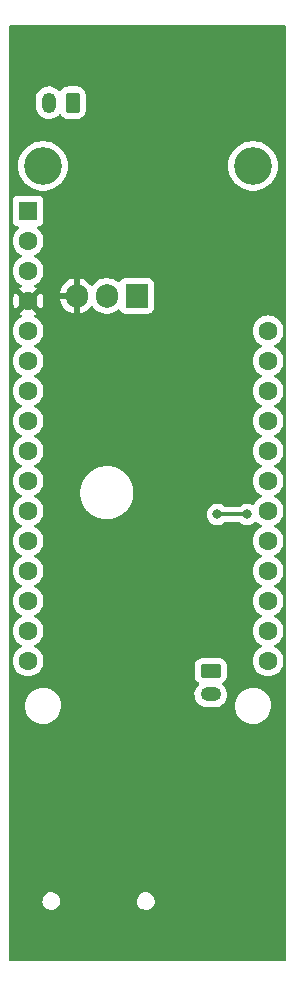
<source format=gbr>
%TF.GenerationSoftware,KiCad,Pcbnew,7.0.1*%
%TF.CreationDate,2023-03-30T16:52:30-04:00*%
%TF.ProjectId,system-board,73797374-656d-42d6-926f-6172642e6b69,rev?*%
%TF.SameCoordinates,Original*%
%TF.FileFunction,Copper,L2,Bot*%
%TF.FilePolarity,Positive*%
%FSLAX46Y46*%
G04 Gerber Fmt 4.6, Leading zero omitted, Abs format (unit mm)*
G04 Created by KiCad (PCBNEW 7.0.1) date 2023-03-30 16:52:30*
%MOMM*%
%LPD*%
G01*
G04 APERTURE LIST*
G04 Aperture macros list*
%AMRoundRect*
0 Rectangle with rounded corners*
0 $1 Rounding radius*
0 $2 $3 $4 $5 $6 $7 $8 $9 X,Y pos of 4 corners*
0 Add a 4 corners polygon primitive as box body*
4,1,4,$2,$3,$4,$5,$6,$7,$8,$9,$2,$3,0*
0 Add four circle primitives for the rounded corners*
1,1,$1+$1,$2,$3*
1,1,$1+$1,$4,$5*
1,1,$1+$1,$6,$7*
1,1,$1+$1,$8,$9*
0 Add four rect primitives between the rounded corners*
20,1,$1+$1,$2,$3,$4,$5,0*
20,1,$1+$1,$4,$5,$6,$7,0*
20,1,$1+$1,$6,$7,$8,$9,0*
20,1,$1+$1,$8,$9,$2,$3,0*%
G04 Aperture macros list end*
%TA.AperFunction,ComponentPad*%
%ADD10RoundRect,0.250000X-0.625000X0.350000X-0.625000X-0.350000X0.625000X-0.350000X0.625000X0.350000X0*%
%TD*%
%TA.AperFunction,ComponentPad*%
%ADD11O,1.750000X1.200000*%
%TD*%
%TA.AperFunction,WasherPad*%
%ADD12C,3.200000*%
%TD*%
%TA.AperFunction,ComponentPad*%
%ADD13R,1.600000X1.600000*%
%TD*%
%TA.AperFunction,ComponentPad*%
%ADD14C,1.600000*%
%TD*%
%TA.AperFunction,ComponentPad*%
%ADD15RoundRect,0.250000X0.350000X0.625000X-0.350000X0.625000X-0.350000X-0.625000X0.350000X-0.625000X0*%
%TD*%
%TA.AperFunction,ComponentPad*%
%ADD16O,1.200000X1.750000*%
%TD*%
%TA.AperFunction,ComponentPad*%
%ADD17R,1.905000X2.000000*%
%TD*%
%TA.AperFunction,ComponentPad*%
%ADD18O,1.905000X2.000000*%
%TD*%
%TA.AperFunction,ViaPad*%
%ADD19C,0.800000*%
%TD*%
%TA.AperFunction,Conductor*%
%ADD20C,0.300000*%
%TD*%
G04 APERTURE END LIST*
D10*
%TO.P,J2,1,Pin_1*%
%TO.N,/SPKR_P*%
X69600000Y-96850000D03*
D11*
%TO.P,J2,2,Pin_2*%
%TO.N,/SPKR_N*%
X69600000Y-98850000D03*
%TD*%
D12*
%TO.P,A1,*%
%TO.N,*%
X55400000Y-54100000D03*
X73180000Y-54100000D03*
D13*
%TO.P,A1,1,~{RESET}*%
%TO.N,unconnected-(A1-~{RESET}-Pad1)*%
X54130000Y-57910000D03*
D14*
%TO.P,A1,2,3V3*%
%TO.N,VCC*%
X54130000Y-60450000D03*
%TO.P,A1,3,AREF*%
%TO.N,unconnected-(A1-AREF-Pad3)*%
X54130000Y-62990000D03*
%TO.P,A1,4,GND*%
%TO.N,GND*%
X54130000Y-65530000D03*
%TO.P,A1,5,A0*%
%TO.N,Net-(A1-A0)*%
X54130000Y-68070000D03*
%TO.P,A1,6,A1*%
%TO.N,Net-(A1-A1)*%
X54130000Y-70610000D03*
%TO.P,A1,7,A2*%
%TO.N,Net-(A1-A2)*%
X54130000Y-73150000D03*
%TO.P,A1,8,A3*%
%TO.N,unconnected-(A1-A3-Pad8)*%
X54130000Y-75690000D03*
%TO.P,A1,9,A4*%
%TO.N,unconnected-(A1-A4-Pad9)*%
X54130000Y-78230000D03*
%TO.P,A1,10,A5*%
%TO.N,unconnected-(A1-A5-Pad10)*%
X54130000Y-80770000D03*
%TO.P,A1,11,SCK*%
%TO.N,Net-(A1-SCK)*%
X54130000Y-83310000D03*
%TO.P,A1,12,MOSI*%
%TO.N,Net-(A1-MOSI)*%
X54130000Y-85850000D03*
%TO.P,A1,13,MISO*%
%TO.N,Net-(A1-MISO)*%
X54130000Y-88390000D03*
%TO.P,A1,14,RX*%
%TO.N,unconnected-(A1-RX-Pad14)*%
X54130000Y-90930000D03*
%TO.P,A1,15,TX*%
%TO.N,unconnected-(A1-TX-Pad15)*%
X54130000Y-93470000D03*
%TO.P,A1,16,SPARE*%
%TO.N,unconnected-(A1-SPARE-Pad16)*%
X54130000Y-96010000D03*
%TO.P,A1,17,SDA*%
%TO.N,Net-(A1-SDA)*%
X74450000Y-96010000D03*
%TO.P,A1,18,SCL*%
%TO.N,Net-(A1-SCL)*%
X74450000Y-93470000D03*
%TO.P,A1,19,D0*%
%TO.N,unconnected-(A1-D0-Pad19)*%
X74450000Y-90930000D03*
%TO.P,A1,20,D1*%
%TO.N,unconnected-(A1-D1-Pad20)*%
X74450000Y-88390000D03*
%TO.P,A1,21,D2*%
%TO.N,unconnected-(A1-D2-Pad21)*%
X74450000Y-85850000D03*
%TO.P,A1,22,D3*%
%TO.N,unconnected-(A1-D3-Pad22)*%
X74450000Y-83310000D03*
%TO.P,A1,23,D4*%
%TO.N,/LRC*%
X74450000Y-80770000D03*
%TO.P,A1,24,D5*%
%TO.N,/BCLK*%
X74450000Y-78230000D03*
%TO.P,A1,25,D6*%
%TO.N,/DIN*%
X74450000Y-75690000D03*
%TO.P,A1,26,USB*%
%TO.N,unconnected-(A1-USB-Pad26)*%
X74450000Y-73150000D03*
%TO.P,A1,27,EN*%
%TO.N,unconnected-(A1-EN-Pad27)*%
X74450000Y-70610000D03*
%TO.P,A1,28,VBAT*%
%TO.N,unconnected-(A1-VBAT-Pad28)*%
X74450000Y-68070000D03*
%TD*%
D15*
%TO.P,J3,1,Pin_1*%
%TO.N,VCC*%
X57900000Y-48750000D03*
D16*
%TO.P,J3,2,Pin_2*%
%TO.N,Net-(J3-Pin_2)*%
X55900000Y-48750000D03*
%TD*%
D17*
%TO.P,Q1,1,G*%
%TO.N,Net-(A1-A0)*%
X63340000Y-65100000D03*
D18*
%TO.P,Q1,2,D*%
%TO.N,Net-(J3-Pin_2)*%
X60800000Y-65100000D03*
%TO.P,Q1,3,S*%
%TO.N,GND*%
X58260000Y-65100000D03*
%TD*%
D19*
%TO.N,GND*%
X70500000Y-88600000D03*
X70500000Y-52400000D03*
X64000000Y-86600000D03*
X67442893Y-62350000D03*
X58300000Y-62800000D03*
X55900000Y-65530000D03*
X69001100Y-86100000D03*
X72400000Y-91250550D03*
X57779977Y-103929977D03*
X67800000Y-91150550D03*
%TO.N,Net-(A1-SDA)*%
X72664727Y-83615227D03*
X70150500Y-83615227D03*
%TD*%
D20*
%TO.N,Net-(A1-SDA)*%
X70150500Y-83615227D02*
X72664727Y-83615227D01*
%TD*%
%TA.AperFunction,Conductor*%
%TO.N,GND*%
G36*
X75937500Y-42217113D02*
G01*
X75982887Y-42262500D01*
X75999500Y-42324500D01*
X75999500Y-68019228D01*
X75986291Y-68070000D01*
X75999500Y-68120772D01*
X75999500Y-70559228D01*
X75986291Y-70609999D01*
X75999500Y-70660772D01*
X75999500Y-73099228D01*
X75986291Y-73150000D01*
X75999500Y-73200772D01*
X75999500Y-75639228D01*
X75986291Y-75690000D01*
X75999500Y-75740772D01*
X75999500Y-78179228D01*
X75986291Y-78229999D01*
X75999500Y-78280772D01*
X75999500Y-80719228D01*
X75986291Y-80770000D01*
X75999500Y-80820772D01*
X75999500Y-83259228D01*
X75986291Y-83310000D01*
X75999500Y-83360772D01*
X75999500Y-85799228D01*
X75986291Y-85850000D01*
X75999500Y-85900772D01*
X75999500Y-88339228D01*
X75986291Y-88389999D01*
X75999500Y-88440772D01*
X75999500Y-90879228D01*
X75986291Y-90930000D01*
X75999500Y-90980772D01*
X75999500Y-93419228D01*
X75986291Y-93469999D01*
X75999500Y-93520772D01*
X75999500Y-95959228D01*
X75986291Y-96010000D01*
X75999500Y-96060772D01*
X75999500Y-121275500D01*
X75982887Y-121337500D01*
X75937500Y-121382887D01*
X75875500Y-121399500D01*
X52624500Y-121399500D01*
X52562500Y-121382887D01*
X52517113Y-121337500D01*
X52500500Y-121275500D01*
X52500500Y-116393934D01*
X55345668Y-116393934D01*
X55361058Y-116481207D01*
X55376135Y-116566711D01*
X55411752Y-116649281D01*
X55445623Y-116727804D01*
X55550390Y-116868530D01*
X55684783Y-116981300D01*
X55684784Y-116981300D01*
X55684786Y-116981302D01*
X55841567Y-117060040D01*
X55841568Y-117060040D01*
X55841570Y-117060041D01*
X56012277Y-117100500D01*
X56012279Y-117100500D01*
X56143704Y-117100500D01*
X56143709Y-117100500D01*
X56274255Y-117085241D01*
X56439117Y-117025237D01*
X56585696Y-116928830D01*
X56706092Y-116801218D01*
X56793812Y-116649281D01*
X56844130Y-116481210D01*
X56849213Y-116393934D01*
X63345668Y-116393934D01*
X63361058Y-116481207D01*
X63376135Y-116566711D01*
X63411752Y-116649281D01*
X63445623Y-116727804D01*
X63550390Y-116868530D01*
X63684783Y-116981300D01*
X63684784Y-116981300D01*
X63684786Y-116981302D01*
X63841567Y-117060040D01*
X63841568Y-117060040D01*
X63841570Y-117060041D01*
X64012277Y-117100500D01*
X64012279Y-117100500D01*
X64143704Y-117100500D01*
X64143709Y-117100500D01*
X64274255Y-117085241D01*
X64439117Y-117025237D01*
X64585696Y-116928830D01*
X64706092Y-116801218D01*
X64793812Y-116649281D01*
X64844130Y-116481210D01*
X64854331Y-116306065D01*
X64823865Y-116133289D01*
X64754377Y-115972196D01*
X64649610Y-115831470D01*
X64649609Y-115831469D01*
X64515216Y-115718699D01*
X64358429Y-115639958D01*
X64187723Y-115599500D01*
X64187721Y-115599500D01*
X64056291Y-115599500D01*
X63974699Y-115609036D01*
X63925742Y-115614759D01*
X63760883Y-115674762D01*
X63614303Y-115771170D01*
X63493908Y-115898780D01*
X63406188Y-116050718D01*
X63406188Y-116050719D01*
X63355870Y-116218790D01*
X63355869Y-116218792D01*
X63355870Y-116218792D01*
X63345668Y-116393934D01*
X56849213Y-116393934D01*
X56854331Y-116306065D01*
X56823865Y-116133289D01*
X56754377Y-115972196D01*
X56649610Y-115831470D01*
X56649609Y-115831469D01*
X56515216Y-115718699D01*
X56358429Y-115639958D01*
X56187723Y-115599500D01*
X56187721Y-115599500D01*
X56056291Y-115599500D01*
X55974699Y-115609036D01*
X55925742Y-115614759D01*
X55760883Y-115674762D01*
X55614303Y-115771170D01*
X55493908Y-115898780D01*
X55406188Y-116050718D01*
X55406188Y-116050719D01*
X55355870Y-116218790D01*
X55355869Y-116218792D01*
X55355870Y-116218792D01*
X55345668Y-116393934D01*
X52500500Y-116393934D01*
X52500500Y-99881420D01*
X53875789Y-99881420D01*
X53905381Y-100125131D01*
X53939930Y-100244406D01*
X53973682Y-100360931D01*
X54078924Y-100582723D01*
X54218381Y-100784762D01*
X54388442Y-100961813D01*
X54584701Y-101109293D01*
X54584703Y-101109294D01*
X54802072Y-101223379D01*
X54918773Y-101262339D01*
X55034937Y-101301120D01*
X55156094Y-101320809D01*
X55277252Y-101340500D01*
X55277253Y-101340500D01*
X55461279Y-101340500D01*
X55461280Y-101340500D01*
X55644699Y-101325693D01*
X55883060Y-101266942D01*
X56108911Y-101170716D01*
X56316400Y-101039508D01*
X56500156Y-100876714D01*
X56655418Y-100686553D01*
X56778166Y-100473948D01*
X56865219Y-100244406D01*
X56914325Y-100003872D01*
X56921226Y-99832613D01*
X56924210Y-99758579D01*
X56919403Y-99718986D01*
X56894619Y-99514871D01*
X56826318Y-99279069D01*
X56721076Y-99057277D01*
X56581619Y-98855238D01*
X56526061Y-98797396D01*
X68220746Y-98797396D01*
X68230746Y-99007330D01*
X68280297Y-99211580D01*
X68367602Y-99402752D01*
X68477846Y-99557566D01*
X68489514Y-99573952D01*
X68641622Y-99718986D01*
X68703225Y-99758576D01*
X68818425Y-99832612D01*
X68857580Y-99848287D01*
X69013543Y-99910725D01*
X69142228Y-99935527D01*
X69219914Y-99950500D01*
X69219915Y-99950500D01*
X69927420Y-99950500D01*
X69927425Y-99950500D01*
X70084218Y-99935528D01*
X70268492Y-99881420D01*
X71655789Y-99881420D01*
X71685381Y-100125131D01*
X71719930Y-100244406D01*
X71753682Y-100360931D01*
X71858924Y-100582723D01*
X71998381Y-100784762D01*
X72168442Y-100961813D01*
X72364701Y-101109293D01*
X72364703Y-101109294D01*
X72582072Y-101223379D01*
X72698773Y-101262339D01*
X72814937Y-101301120D01*
X72936094Y-101320809D01*
X73057252Y-101340500D01*
X73057253Y-101340500D01*
X73241279Y-101340500D01*
X73241280Y-101340500D01*
X73424699Y-101325693D01*
X73663060Y-101266942D01*
X73888911Y-101170716D01*
X74096400Y-101039508D01*
X74280156Y-100876714D01*
X74435418Y-100686553D01*
X74558166Y-100473948D01*
X74645219Y-100244406D01*
X74694325Y-100003872D01*
X74701226Y-99832613D01*
X74704210Y-99758579D01*
X74699403Y-99718986D01*
X74674619Y-99514871D01*
X74606318Y-99279069D01*
X74501076Y-99057277D01*
X74361619Y-98855238D01*
X74191558Y-98678187D01*
X73995299Y-98530707D01*
X73995297Y-98530706D01*
X73995296Y-98530705D01*
X73777927Y-98416620D01*
X73545061Y-98338879D01*
X73302748Y-98299500D01*
X73302747Y-98299500D01*
X73118720Y-98299500D01*
X72935301Y-98314306D01*
X72935301Y-98314307D01*
X72696941Y-98373057D01*
X72471084Y-98469286D01*
X72263600Y-98600492D01*
X72079844Y-98763285D01*
X71924581Y-98953447D01*
X71801834Y-99166051D01*
X71714780Y-99395594D01*
X71665674Y-99636130D01*
X71655789Y-99881420D01*
X70268492Y-99881420D01*
X70285875Y-99876316D01*
X70472682Y-99780011D01*
X70637886Y-99650092D01*
X70775519Y-99491256D01*
X70880604Y-99309244D01*
X70949344Y-99110633D01*
X70979254Y-98902602D01*
X70969254Y-98692670D01*
X70919704Y-98488424D01*
X70910963Y-98469284D01*
X70832397Y-98297247D01*
X70710487Y-98126050D01*
X70710486Y-98126048D01*
X70618309Y-98038157D01*
X70607917Y-98028249D01*
X70577106Y-97981301D01*
X70570163Y-97925576D01*
X70588513Y-97872503D01*
X70628392Y-97832967D01*
X70693656Y-97792712D01*
X70817711Y-97668657D01*
X70817712Y-97668656D01*
X70909814Y-97519334D01*
X70964999Y-97352797D01*
X70975500Y-97250009D01*
X70975499Y-96449992D01*
X70964999Y-96347203D01*
X70909814Y-96180666D01*
X70835863Y-96060772D01*
X70817711Y-96031342D01*
X70693657Y-95907288D01*
X70544334Y-95815186D01*
X70377797Y-95760000D01*
X70275009Y-95749500D01*
X68924991Y-95749500D01*
X68822203Y-95760000D01*
X68655665Y-95815186D01*
X68506342Y-95907288D01*
X68382288Y-96031342D01*
X68290186Y-96180665D01*
X68235000Y-96347202D01*
X68224500Y-96449990D01*
X68224500Y-97250008D01*
X68235000Y-97352796D01*
X68290186Y-97519334D01*
X68382288Y-97668657D01*
X68506342Y-97792711D01*
X68569739Y-97831814D01*
X68611158Y-97873867D01*
X68628443Y-97930305D01*
X68617675Y-97988340D01*
X68581296Y-98034822D01*
X68562117Y-98049905D01*
X68424479Y-98208745D01*
X68319396Y-98390754D01*
X68250655Y-98589366D01*
X68220746Y-98797396D01*
X56526061Y-98797396D01*
X56411558Y-98678187D01*
X56215299Y-98530707D01*
X56215297Y-98530706D01*
X56215296Y-98530705D01*
X55997927Y-98416620D01*
X55765061Y-98338879D01*
X55522748Y-98299500D01*
X55522747Y-98299500D01*
X55338720Y-98299500D01*
X55155301Y-98314306D01*
X55155301Y-98314307D01*
X54916941Y-98373057D01*
X54691084Y-98469286D01*
X54483600Y-98600492D01*
X54299844Y-98763285D01*
X54144581Y-98953447D01*
X54021834Y-99166051D01*
X53934780Y-99395594D01*
X53885674Y-99636130D01*
X53875789Y-99881420D01*
X52500500Y-99881420D01*
X52500500Y-96010000D01*
X52824531Y-96010000D01*
X52844364Y-96236689D01*
X52903261Y-96456497D01*
X52999432Y-96662735D01*
X53129953Y-96849140D01*
X53290859Y-97010046D01*
X53477264Y-97140567D01*
X53477265Y-97140567D01*
X53477266Y-97140568D01*
X53683504Y-97236739D01*
X53903308Y-97295635D01*
X54130000Y-97315468D01*
X54356692Y-97295635D01*
X54576496Y-97236739D01*
X54782734Y-97140568D01*
X54969139Y-97010047D01*
X55130047Y-96849139D01*
X55260568Y-96662734D01*
X55356739Y-96456496D01*
X55415635Y-96236692D01*
X55435468Y-96010000D01*
X55415635Y-95783308D01*
X55356739Y-95563504D01*
X55260568Y-95357266D01*
X55130047Y-95170861D01*
X55130046Y-95170859D01*
X54969140Y-95009953D01*
X54782736Y-94879433D01*
X54724723Y-94852381D01*
X54672548Y-94806623D01*
X54653129Y-94739997D01*
X54672549Y-94673372D01*
X54724721Y-94627619D01*
X54782734Y-94600568D01*
X54969139Y-94470047D01*
X55130047Y-94309139D01*
X55260568Y-94122734D01*
X55356739Y-93916496D01*
X55415635Y-93696692D01*
X55435468Y-93470000D01*
X55415635Y-93243308D01*
X55356739Y-93023504D01*
X55260568Y-92817266D01*
X55130047Y-92630861D01*
X55130046Y-92630859D01*
X54969140Y-92469953D01*
X54782733Y-92339431D01*
X54724725Y-92312382D01*
X54672549Y-92266625D01*
X54653129Y-92200000D01*
X54672549Y-92133375D01*
X54724725Y-92087618D01*
X54782734Y-92060568D01*
X54969139Y-91930047D01*
X55130047Y-91769139D01*
X55260568Y-91582734D01*
X55356739Y-91376496D01*
X55415635Y-91156692D01*
X55435468Y-90930000D01*
X55415635Y-90703308D01*
X55356739Y-90483504D01*
X55260568Y-90277266D01*
X55130047Y-90090861D01*
X55130046Y-90090859D01*
X54969140Y-89929953D01*
X54782733Y-89799431D01*
X54724725Y-89772382D01*
X54672549Y-89726625D01*
X54653129Y-89660000D01*
X54672549Y-89593375D01*
X54724725Y-89547618D01*
X54782734Y-89520568D01*
X54969139Y-89390047D01*
X55130047Y-89229139D01*
X55260568Y-89042734D01*
X55356739Y-88836496D01*
X55415635Y-88616692D01*
X55435468Y-88390000D01*
X55415635Y-88163308D01*
X55356739Y-87943504D01*
X55260568Y-87737266D01*
X55130047Y-87550861D01*
X55130046Y-87550859D01*
X54969140Y-87389953D01*
X54782733Y-87259431D01*
X54724725Y-87232382D01*
X54672549Y-87186625D01*
X54653129Y-87120000D01*
X54672549Y-87053375D01*
X54724725Y-87007618D01*
X54782734Y-86980568D01*
X54969139Y-86850047D01*
X55130047Y-86689139D01*
X55260568Y-86502734D01*
X55356739Y-86296496D01*
X55415635Y-86076692D01*
X55435468Y-85850000D01*
X55415635Y-85623308D01*
X55356739Y-85403504D01*
X55260568Y-85197266D01*
X55130047Y-85010861D01*
X55130046Y-85010859D01*
X54969140Y-84849953D01*
X54782733Y-84719431D01*
X54724725Y-84692382D01*
X54672549Y-84646625D01*
X54653129Y-84580000D01*
X54672549Y-84513375D01*
X54724725Y-84467618D01*
X54782734Y-84440568D01*
X54969139Y-84310047D01*
X55130047Y-84149139D01*
X55260568Y-83962734D01*
X55356739Y-83756496D01*
X55415635Y-83536692D01*
X55435468Y-83310000D01*
X55415635Y-83083308D01*
X55356739Y-82863504D01*
X55260568Y-82657266D01*
X55236630Y-82623079D01*
X55130046Y-82470859D01*
X54969140Y-82309953D01*
X54782732Y-82179430D01*
X54724724Y-82152380D01*
X54672549Y-82106623D01*
X54653130Y-82039997D01*
X54672550Y-81973373D01*
X54724721Y-81927619D01*
X54782734Y-81900568D01*
X54969139Y-81770047D01*
X54979187Y-81759999D01*
X58544671Y-81759999D01*
X58546635Y-81789969D01*
X58546831Y-81802218D01*
X58545723Y-81835372D01*
X58556664Y-81944136D01*
X58557021Y-81948436D01*
X58563965Y-82054381D01*
X58570469Y-82087083D01*
X58572228Y-82098852D01*
X58575882Y-82135164D01*
X58600457Y-82238287D01*
X58601452Y-82242841D01*
X58621518Y-82343719D01*
X58633301Y-82378433D01*
X58636502Y-82389539D01*
X58645731Y-82428261D01*
X58656712Y-82456772D01*
X58682644Y-82524106D01*
X58684346Y-82528806D01*
X58716347Y-82623075D01*
X58716349Y-82623079D01*
X58734022Y-82658917D01*
X58738522Y-82669190D01*
X58754022Y-82709432D01*
X58801787Y-82796594D01*
X58804249Y-82801325D01*
X58846828Y-82887665D01*
X58846829Y-82887667D01*
X58846830Y-82887668D01*
X58870870Y-82923648D01*
X58876506Y-82932941D01*
X58898823Y-82973662D01*
X58955826Y-83051028D01*
X58959099Y-83055691D01*
X59010726Y-83132956D01*
X59041445Y-83167985D01*
X59048044Y-83176188D01*
X59077552Y-83216237D01*
X59142064Y-83282942D01*
X59146156Y-83287385D01*
X59172304Y-83317200D01*
X59205242Y-83354758D01*
X59242756Y-83387657D01*
X59250128Y-83394679D01*
X59281357Y-83426969D01*
X59287020Y-83432824D01*
X59357241Y-83488276D01*
X59362148Y-83492360D01*
X59427043Y-83549273D01*
X59471290Y-83578838D01*
X59479247Y-83584624D01*
X59523485Y-83619558D01*
X59597610Y-83663462D01*
X59603308Y-83667050D01*
X59658092Y-83703655D01*
X59672335Y-83713172D01*
X59723051Y-83738182D01*
X59731381Y-83742695D01*
X59782730Y-83773109D01*
X59808750Y-83784142D01*
X59859009Y-83805455D01*
X59865437Y-83808399D01*
X59936923Y-83843652D01*
X59993611Y-83862895D01*
X60002134Y-83866144D01*
X60060128Y-83890736D01*
X60133156Y-83910740D01*
X60136832Y-83911747D01*
X60143916Y-83913916D01*
X60216278Y-83938481D01*
X60278232Y-83950804D01*
X60286786Y-83952824D01*
X60350729Y-83970340D01*
X60426297Y-83980502D01*
X60433939Y-83981775D01*
X60505620Y-83996034D01*
X60571972Y-84000382D01*
X60580342Y-84001219D01*
X60640823Y-84009353D01*
X60649346Y-84010500D01*
X60649347Y-84010500D01*
X60722273Y-84010500D01*
X60730382Y-84010765D01*
X60800000Y-84015329D01*
X60869617Y-84010765D01*
X60872858Y-84010659D01*
X60875233Y-84010500D01*
X60875244Y-84010500D01*
X60948670Y-84005584D01*
X60948843Y-84005609D01*
X60948841Y-84005574D01*
X61069742Y-83997648D01*
X61094380Y-83996034D01*
X61094381Y-83996033D01*
X61099091Y-83995725D01*
X61100629Y-83995412D01*
X61100634Y-83995412D01*
X61243658Y-83966341D01*
X61383722Y-83938481D01*
X61383727Y-83938479D01*
X61386644Y-83937899D01*
X61395879Y-83935403D01*
X61395893Y-83935397D01*
X61395903Y-83935396D01*
X61530580Y-83888630D01*
X61531251Y-83888401D01*
X61602076Y-83864359D01*
X61663077Y-83843652D01*
X61663219Y-83843581D01*
X61677412Y-83837644D01*
X61680537Y-83836560D01*
X61804815Y-83773758D01*
X61805645Y-83773344D01*
X61927665Y-83713172D01*
X61930567Y-83711232D01*
X61943530Y-83703663D01*
X61949459Y-83700668D01*
X62061531Y-83623734D01*
X62062650Y-83622977D01*
X62074249Y-83615227D01*
X69245040Y-83615227D01*
X69264826Y-83803484D01*
X69323320Y-83983511D01*
X69417966Y-84147443D01*
X69544629Y-84288116D01*
X69697769Y-84399378D01*
X69870697Y-84476371D01*
X70055852Y-84515727D01*
X70055854Y-84515727D01*
X70245146Y-84515727D01*
X70245148Y-84515727D01*
X70368584Y-84489489D01*
X70430303Y-84476371D01*
X70603230Y-84399378D01*
X70754592Y-84289407D01*
X70789157Y-84271796D01*
X70827475Y-84265727D01*
X71987752Y-84265727D01*
X72026070Y-84271796D01*
X72060634Y-84289407D01*
X72211997Y-84399378D01*
X72211998Y-84399378D01*
X72211999Y-84399379D01*
X72384924Y-84476371D01*
X72570079Y-84515727D01*
X72570081Y-84515727D01*
X72759373Y-84515727D01*
X72759375Y-84515727D01*
X72882811Y-84489489D01*
X72944530Y-84476371D01*
X73117457Y-84399378D01*
X73270598Y-84288115D01*
X73333988Y-84217713D01*
X73389883Y-84182104D01*
X73456135Y-84180369D01*
X73513818Y-84213005D01*
X73610859Y-84310046D01*
X73738440Y-84399378D01*
X73797266Y-84440568D01*
X73855275Y-84467618D01*
X73907450Y-84513375D01*
X73926869Y-84580000D01*
X73907450Y-84646625D01*
X73855275Y-84692382D01*
X73797263Y-84719433D01*
X73610859Y-84849953D01*
X73449953Y-85010859D01*
X73319432Y-85197264D01*
X73223261Y-85403502D01*
X73164364Y-85623310D01*
X73144531Y-85850000D01*
X73164364Y-86076689D01*
X73223261Y-86296497D01*
X73319432Y-86502735D01*
X73449953Y-86689140D01*
X73610859Y-86850046D01*
X73797263Y-86980566D01*
X73797266Y-86980568D01*
X73855275Y-87007618D01*
X73907450Y-87053375D01*
X73926869Y-87120000D01*
X73907450Y-87186625D01*
X73855275Y-87232382D01*
X73797263Y-87259433D01*
X73610859Y-87389953D01*
X73449953Y-87550859D01*
X73319432Y-87737264D01*
X73223261Y-87943502D01*
X73164364Y-88163310D01*
X73144531Y-88390000D01*
X73164364Y-88616689D01*
X73223261Y-88836497D01*
X73319432Y-89042735D01*
X73449953Y-89229140D01*
X73610859Y-89390046D01*
X73797263Y-89520566D01*
X73797266Y-89520568D01*
X73855275Y-89547618D01*
X73907450Y-89593375D01*
X73926869Y-89660000D01*
X73907450Y-89726625D01*
X73855275Y-89772382D01*
X73797263Y-89799433D01*
X73610859Y-89929953D01*
X73449953Y-90090859D01*
X73319432Y-90277264D01*
X73223261Y-90483502D01*
X73164364Y-90703310D01*
X73144531Y-90930000D01*
X73164364Y-91156689D01*
X73223261Y-91376497D01*
X73319432Y-91582735D01*
X73449953Y-91769140D01*
X73610859Y-91930046D01*
X73797263Y-92060566D01*
X73797266Y-92060568D01*
X73855275Y-92087618D01*
X73907450Y-92133375D01*
X73926869Y-92200000D01*
X73907450Y-92266625D01*
X73855275Y-92312382D01*
X73797263Y-92339433D01*
X73610859Y-92469953D01*
X73449953Y-92630859D01*
X73319432Y-92817264D01*
X73223261Y-93023502D01*
X73164364Y-93243310D01*
X73144531Y-93470000D01*
X73164364Y-93696689D01*
X73223261Y-93916497D01*
X73319432Y-94122735D01*
X73449953Y-94309140D01*
X73610859Y-94470046D01*
X73797263Y-94600566D01*
X73797266Y-94600568D01*
X73855275Y-94627618D01*
X73907450Y-94673375D01*
X73926869Y-94740000D01*
X73907450Y-94806625D01*
X73855275Y-94852382D01*
X73797263Y-94879433D01*
X73610859Y-95009953D01*
X73449953Y-95170859D01*
X73319432Y-95357264D01*
X73223261Y-95563502D01*
X73164364Y-95783310D01*
X73144531Y-96010000D01*
X73164364Y-96236689D01*
X73223261Y-96456497D01*
X73319432Y-96662735D01*
X73449953Y-96849140D01*
X73610859Y-97010046D01*
X73797264Y-97140567D01*
X73797265Y-97140567D01*
X73797266Y-97140568D01*
X74003504Y-97236739D01*
X74223308Y-97295635D01*
X74450000Y-97315468D01*
X74676692Y-97295635D01*
X74896496Y-97236739D01*
X75102734Y-97140568D01*
X75289139Y-97010047D01*
X75450047Y-96849139D01*
X75580568Y-96662734D01*
X75676739Y-96456496D01*
X75735635Y-96236692D01*
X75751972Y-96049965D01*
X75766189Y-96009999D01*
X75751972Y-95970035D01*
X75735635Y-95783310D01*
X75735635Y-95783308D01*
X75676739Y-95563504D01*
X75580568Y-95357266D01*
X75450047Y-95170861D01*
X75450046Y-95170859D01*
X75289140Y-95009953D01*
X75102736Y-94879433D01*
X75044723Y-94852381D01*
X74992548Y-94806623D01*
X74973129Y-94739997D01*
X74992549Y-94673372D01*
X75044721Y-94627619D01*
X75102734Y-94600568D01*
X75289139Y-94470047D01*
X75450047Y-94309139D01*
X75580568Y-94122734D01*
X75676739Y-93916496D01*
X75735635Y-93696692D01*
X75751972Y-93509965D01*
X75766189Y-93469999D01*
X75751972Y-93430035D01*
X75735635Y-93243310D01*
X75735635Y-93243308D01*
X75676739Y-93023504D01*
X75580568Y-92817266D01*
X75450047Y-92630861D01*
X75450046Y-92630859D01*
X75289140Y-92469953D01*
X75102733Y-92339431D01*
X75044725Y-92312382D01*
X74992549Y-92266625D01*
X74973129Y-92200000D01*
X74992549Y-92133375D01*
X75044725Y-92087618D01*
X75102734Y-92060568D01*
X75289139Y-91930047D01*
X75450047Y-91769139D01*
X75580568Y-91582734D01*
X75676739Y-91376496D01*
X75735635Y-91156692D01*
X75751972Y-90969965D01*
X75766189Y-90930000D01*
X75751972Y-90890035D01*
X75735635Y-90703310D01*
X75735635Y-90703308D01*
X75676739Y-90483504D01*
X75580568Y-90277266D01*
X75450047Y-90090861D01*
X75450046Y-90090859D01*
X75289140Y-89929953D01*
X75102733Y-89799431D01*
X75044725Y-89772382D01*
X74992549Y-89726625D01*
X74973129Y-89660000D01*
X74992549Y-89593375D01*
X75044725Y-89547618D01*
X75102734Y-89520568D01*
X75289139Y-89390047D01*
X75450047Y-89229139D01*
X75580568Y-89042734D01*
X75676739Y-88836496D01*
X75735635Y-88616692D01*
X75751972Y-88429965D01*
X75766189Y-88389999D01*
X75751972Y-88350035D01*
X75735635Y-88163310D01*
X75735635Y-88163308D01*
X75676739Y-87943504D01*
X75580568Y-87737266D01*
X75450047Y-87550861D01*
X75450046Y-87550859D01*
X75289140Y-87389953D01*
X75102733Y-87259431D01*
X75044725Y-87232382D01*
X74992549Y-87186625D01*
X74973129Y-87120000D01*
X74992549Y-87053375D01*
X75044725Y-87007618D01*
X75102734Y-86980568D01*
X75289139Y-86850047D01*
X75450047Y-86689139D01*
X75580568Y-86502734D01*
X75676739Y-86296496D01*
X75735635Y-86076692D01*
X75751972Y-85889965D01*
X75766189Y-85850000D01*
X75751972Y-85810035D01*
X75735635Y-85623310D01*
X75735635Y-85623308D01*
X75676739Y-85403504D01*
X75580568Y-85197266D01*
X75450047Y-85010861D01*
X75450046Y-85010859D01*
X75289140Y-84849953D01*
X75102733Y-84719431D01*
X75044725Y-84692382D01*
X74992549Y-84646625D01*
X74973129Y-84580000D01*
X74992549Y-84513375D01*
X75044725Y-84467618D01*
X75102734Y-84440568D01*
X75289139Y-84310047D01*
X75450047Y-84149139D01*
X75580568Y-83962734D01*
X75676739Y-83756496D01*
X75735635Y-83536692D01*
X75744722Y-83432824D01*
X75751972Y-83349965D01*
X75766189Y-83310000D01*
X75751972Y-83270035D01*
X75736915Y-83097939D01*
X75735635Y-83083308D01*
X75676739Y-82863504D01*
X75580568Y-82657266D01*
X75556630Y-82623079D01*
X75450046Y-82470859D01*
X75289140Y-82309953D01*
X75102732Y-82179430D01*
X75044724Y-82152380D01*
X74992549Y-82106623D01*
X74973130Y-82039997D01*
X74992550Y-81973373D01*
X75044721Y-81927619D01*
X75102734Y-81900568D01*
X75289139Y-81770047D01*
X75450047Y-81609139D01*
X75580568Y-81422734D01*
X75676739Y-81216496D01*
X75735635Y-80996692D01*
X75742700Y-80915944D01*
X75751972Y-80809965D01*
X75766189Y-80770000D01*
X75751972Y-80730035D01*
X75735635Y-80543310D01*
X75735635Y-80543308D01*
X75676739Y-80323504D01*
X75580568Y-80117266D01*
X75554458Y-80079977D01*
X75450046Y-79930859D01*
X75289140Y-79769953D01*
X75102733Y-79639431D01*
X75044725Y-79612382D01*
X74992549Y-79566625D01*
X74973129Y-79500000D01*
X74992549Y-79433375D01*
X75044725Y-79387618D01*
X75102734Y-79360568D01*
X75289139Y-79230047D01*
X75450047Y-79069139D01*
X75580568Y-78882734D01*
X75676739Y-78676496D01*
X75735635Y-78456692D01*
X75751972Y-78269965D01*
X75766189Y-78229999D01*
X75751972Y-78190035D01*
X75735635Y-78003310D01*
X75735635Y-78003308D01*
X75676739Y-77783504D01*
X75580568Y-77577266D01*
X75450047Y-77390861D01*
X75450046Y-77390859D01*
X75289140Y-77229953D01*
X75102733Y-77099431D01*
X75044725Y-77072382D01*
X74992549Y-77026625D01*
X74973129Y-76960000D01*
X74992549Y-76893375D01*
X75044725Y-76847618D01*
X75102734Y-76820568D01*
X75289139Y-76690047D01*
X75450047Y-76529139D01*
X75580568Y-76342734D01*
X75676739Y-76136496D01*
X75735635Y-75916692D01*
X75751972Y-75729965D01*
X75766189Y-75690000D01*
X75751972Y-75650035D01*
X75735635Y-75463310D01*
X75735635Y-75463308D01*
X75676739Y-75243504D01*
X75580568Y-75037266D01*
X75450047Y-74850861D01*
X75450046Y-74850859D01*
X75289140Y-74689953D01*
X75102733Y-74559431D01*
X75044725Y-74532382D01*
X74992549Y-74486625D01*
X74973129Y-74420000D01*
X74992549Y-74353375D01*
X75044725Y-74307618D01*
X75102734Y-74280568D01*
X75289139Y-74150047D01*
X75450047Y-73989139D01*
X75580568Y-73802734D01*
X75676739Y-73596496D01*
X75735635Y-73376692D01*
X75751972Y-73189965D01*
X75766189Y-73150000D01*
X75751972Y-73110035D01*
X75735635Y-72923310D01*
X75735635Y-72923308D01*
X75676739Y-72703504D01*
X75580568Y-72497266D01*
X75450047Y-72310861D01*
X75450046Y-72310859D01*
X75289140Y-72149953D01*
X75102733Y-72019431D01*
X75044725Y-71992382D01*
X74992549Y-71946625D01*
X74973129Y-71880000D01*
X74992549Y-71813375D01*
X75044725Y-71767618D01*
X75102734Y-71740568D01*
X75289139Y-71610047D01*
X75450047Y-71449139D01*
X75580568Y-71262734D01*
X75676739Y-71056496D01*
X75735635Y-70836692D01*
X75751972Y-70649965D01*
X75766189Y-70610000D01*
X75751972Y-70570035D01*
X75735635Y-70383310D01*
X75735635Y-70383308D01*
X75676739Y-70163504D01*
X75580568Y-69957266D01*
X75450047Y-69770861D01*
X75450046Y-69770859D01*
X75289140Y-69609953D01*
X75102733Y-69479431D01*
X75044725Y-69452382D01*
X74992549Y-69406625D01*
X74973129Y-69340000D01*
X74992549Y-69273375D01*
X75044725Y-69227618D01*
X75102734Y-69200568D01*
X75289139Y-69070047D01*
X75450047Y-68909139D01*
X75580568Y-68722734D01*
X75676739Y-68516496D01*
X75735635Y-68296692D01*
X75751972Y-68109965D01*
X75766189Y-68070000D01*
X75751972Y-68030035D01*
X75735635Y-67843310D01*
X75735635Y-67843308D01*
X75676739Y-67623504D01*
X75580568Y-67417266D01*
X75450047Y-67230861D01*
X75450046Y-67230859D01*
X75289140Y-67069953D01*
X75102735Y-66939432D01*
X74896497Y-66843261D01*
X74676689Y-66784364D01*
X74450000Y-66764531D01*
X74223310Y-66784364D01*
X74003502Y-66843261D01*
X73797264Y-66939432D01*
X73610859Y-67069953D01*
X73449953Y-67230859D01*
X73319432Y-67417264D01*
X73223261Y-67623502D01*
X73164364Y-67843310D01*
X73144531Y-68070000D01*
X73164364Y-68296689D01*
X73223261Y-68516497D01*
X73319432Y-68722735D01*
X73449953Y-68909140D01*
X73610859Y-69070046D01*
X73797263Y-69200566D01*
X73797266Y-69200568D01*
X73855275Y-69227618D01*
X73907450Y-69273375D01*
X73926869Y-69340000D01*
X73907450Y-69406625D01*
X73855275Y-69452382D01*
X73797263Y-69479433D01*
X73610859Y-69609953D01*
X73449953Y-69770859D01*
X73319432Y-69957264D01*
X73223261Y-70163502D01*
X73164364Y-70383310D01*
X73144531Y-70609999D01*
X73164364Y-70836689D01*
X73223261Y-71056497D01*
X73319432Y-71262735D01*
X73449953Y-71449140D01*
X73610859Y-71610046D01*
X73797263Y-71740566D01*
X73797266Y-71740568D01*
X73855275Y-71767618D01*
X73907450Y-71813375D01*
X73926869Y-71880000D01*
X73907450Y-71946625D01*
X73855275Y-71992382D01*
X73797263Y-72019433D01*
X73610859Y-72149953D01*
X73449953Y-72310859D01*
X73319432Y-72497264D01*
X73223261Y-72703502D01*
X73164364Y-72923310D01*
X73144531Y-73149999D01*
X73164364Y-73376689D01*
X73223261Y-73596497D01*
X73319432Y-73802735D01*
X73449953Y-73989140D01*
X73610859Y-74150046D01*
X73797263Y-74280566D01*
X73797266Y-74280568D01*
X73855275Y-74307618D01*
X73907450Y-74353375D01*
X73926869Y-74420000D01*
X73907450Y-74486625D01*
X73855275Y-74532382D01*
X73797263Y-74559433D01*
X73610859Y-74689953D01*
X73449953Y-74850859D01*
X73319432Y-75037264D01*
X73223261Y-75243502D01*
X73164364Y-75463310D01*
X73144531Y-75689999D01*
X73164364Y-75916689D01*
X73223261Y-76136497D01*
X73319432Y-76342735D01*
X73449953Y-76529140D01*
X73610859Y-76690046D01*
X73797263Y-76820566D01*
X73797266Y-76820568D01*
X73855275Y-76847618D01*
X73907450Y-76893375D01*
X73926869Y-76960000D01*
X73907450Y-77026625D01*
X73855275Y-77072382D01*
X73797263Y-77099433D01*
X73610859Y-77229953D01*
X73449953Y-77390859D01*
X73319432Y-77577264D01*
X73223261Y-77783502D01*
X73164364Y-78003310D01*
X73144531Y-78229999D01*
X73164364Y-78456689D01*
X73223261Y-78676497D01*
X73319432Y-78882735D01*
X73449953Y-79069140D01*
X73610859Y-79230046D01*
X73797263Y-79360566D01*
X73797266Y-79360568D01*
X73855275Y-79387618D01*
X73907450Y-79433375D01*
X73926869Y-79500000D01*
X73907450Y-79566625D01*
X73855275Y-79612382D01*
X73797263Y-79639433D01*
X73610859Y-79769953D01*
X73449953Y-79930859D01*
X73319432Y-80117264D01*
X73223261Y-80323502D01*
X73164364Y-80543310D01*
X73144531Y-80769999D01*
X73164364Y-80996689D01*
X73223261Y-81216497D01*
X73319432Y-81422735D01*
X73449953Y-81609140D01*
X73610859Y-81770046D01*
X73752506Y-81869227D01*
X73797266Y-81900568D01*
X73855273Y-81927617D01*
X73907449Y-81973373D01*
X73926869Y-82039997D01*
X73907451Y-82106622D01*
X73855276Y-82152380D01*
X73797266Y-82179431D01*
X73610859Y-82309953D01*
X73449953Y-82470859D01*
X73319430Y-82657267D01*
X73269089Y-82765222D01*
X73228420Y-82813976D01*
X73168951Y-82836210D01*
X73106272Y-82826096D01*
X72969548Y-82765222D01*
X72944530Y-82754083D01*
X72944529Y-82754082D01*
X72944525Y-82754081D01*
X72759375Y-82714727D01*
X72759373Y-82714727D01*
X72570081Y-82714727D01*
X72570079Y-82714727D01*
X72384924Y-82754082D01*
X72211999Y-82831074D01*
X72154801Y-82872631D01*
X72060634Y-82941046D01*
X72026070Y-82958658D01*
X71987752Y-82964727D01*
X70827475Y-82964727D01*
X70789157Y-82958658D01*
X70754592Y-82941046D01*
X70603230Y-82831076D01*
X70603229Y-82831075D01*
X70603227Y-82831074D01*
X70430302Y-82754082D01*
X70245148Y-82714727D01*
X70245146Y-82714727D01*
X70055854Y-82714727D01*
X70055852Y-82714727D01*
X69870697Y-82754082D01*
X69697769Y-82831075D01*
X69544629Y-82942337D01*
X69417966Y-83083010D01*
X69323320Y-83246942D01*
X69264826Y-83426969D01*
X69245040Y-83615227D01*
X62074249Y-83615227D01*
X62172957Y-83549273D01*
X62178069Y-83544788D01*
X62189660Y-83535778D01*
X62197869Y-83530144D01*
X62296204Y-83441203D01*
X62297489Y-83440059D01*
X62394758Y-83354758D01*
X62401434Y-83347144D01*
X62411493Y-83336931D01*
X62421333Y-83328032D01*
X62504806Y-83229298D01*
X62506039Y-83227864D01*
X62589273Y-83132957D01*
X62596748Y-83121768D01*
X62605144Y-83110618D01*
X62615865Y-83097939D01*
X62683612Y-82991814D01*
X62684944Y-82989774D01*
X62753172Y-82887665D01*
X62760589Y-82872622D01*
X62767284Y-82860744D01*
X62777991Y-82843973D01*
X62777990Y-82843973D01*
X62777993Y-82843970D01*
X62829611Y-82732733D01*
X62830806Y-82730236D01*
X62883652Y-82623077D01*
X62890108Y-82604056D01*
X62895047Y-82591724D01*
X62904823Y-82570658D01*
X62940155Y-82456754D01*
X62941164Y-82453651D01*
X62949783Y-82428261D01*
X62978481Y-82343722D01*
X62983046Y-82320768D01*
X62986228Y-82308229D01*
X62994093Y-82282879D01*
X63013383Y-82168516D01*
X63014023Y-82165033D01*
X63036034Y-82054380D01*
X63037781Y-82027708D01*
X63039240Y-82015222D01*
X63044209Y-81985770D01*
X63047973Y-81873173D01*
X63048169Y-81869227D01*
X63050389Y-81835369D01*
X63055329Y-81760000D01*
X63053363Y-81730022D01*
X63053167Y-81717803D01*
X63054277Y-81684631D01*
X63043336Y-81575880D01*
X63042980Y-81571584D01*
X63036034Y-81465624D01*
X63036034Y-81465623D01*
X63036034Y-81465620D01*
X63029528Y-81432912D01*
X63027770Y-81421143D01*
X63024118Y-81384842D01*
X63024118Y-81384838D01*
X62999532Y-81281675D01*
X62998556Y-81277210D01*
X62978481Y-81176278D01*
X62966695Y-81141559D01*
X62963496Y-81130456D01*
X62954269Y-81091739D01*
X62917661Y-80996689D01*
X62917351Y-80995884D01*
X62915655Y-80991200D01*
X62890109Y-80915944D01*
X62883652Y-80896923D01*
X62865969Y-80861065D01*
X62861476Y-80850808D01*
X62845977Y-80810566D01*
X62798196Y-80723378D01*
X62795747Y-80718671D01*
X62753172Y-80632336D01*
X62729120Y-80596341D01*
X62723503Y-80587081D01*
X62701175Y-80546335D01*
X62644169Y-80468966D01*
X62640897Y-80464304D01*
X62589273Y-80387043D01*
X62558553Y-80352013D01*
X62551953Y-80343809D01*
X62536992Y-80323504D01*
X62522446Y-80303762D01*
X62457934Y-80237056D01*
X62453842Y-80232613D01*
X62410378Y-80183053D01*
X62394758Y-80165242D01*
X62370403Y-80143883D01*
X62357236Y-80132335D01*
X62349865Y-80125314D01*
X62312980Y-80087176D01*
X62242768Y-80031731D01*
X62237857Y-80027643D01*
X62183600Y-79980061D01*
X62172957Y-79970727D01*
X62172953Y-79970724D01*
X62128701Y-79941154D01*
X62120746Y-79935370D01*
X62076517Y-79900443D01*
X62002387Y-79856536D01*
X61996690Y-79852948D01*
X61927668Y-79806829D01*
X61876949Y-79781816D01*
X61868604Y-79777295D01*
X61817272Y-79746891D01*
X61756754Y-79721229D01*
X61740997Y-79714548D01*
X61734570Y-79711603D01*
X61663082Y-79676349D01*
X61606409Y-79657111D01*
X61597862Y-79653853D01*
X61539874Y-79629265D01*
X61539875Y-79629265D01*
X61539872Y-79629264D01*
X61502862Y-79619126D01*
X61463154Y-79608248D01*
X61456057Y-79606073D01*
X61383720Y-79581518D01*
X61321777Y-79569197D01*
X61313212Y-79567175D01*
X61295475Y-79562316D01*
X61249269Y-79549659D01*
X61173717Y-79539497D01*
X61166058Y-79538222D01*
X61094375Y-79523965D01*
X61028070Y-79519619D01*
X61019654Y-79518779D01*
X60950653Y-79509500D01*
X60877727Y-79509500D01*
X60869617Y-79509234D01*
X60866578Y-79509034D01*
X60800000Y-79504670D01*
X60733421Y-79509034D01*
X60730382Y-79509234D01*
X60727136Y-79509340D01*
X60651157Y-79514426D01*
X60650987Y-79514437D01*
X60500913Y-79524274D01*
X60499369Y-79524587D01*
X60499366Y-79524588D01*
X60356594Y-79553606D01*
X60356146Y-79553696D01*
X60213402Y-79582090D01*
X60204107Y-79584602D01*
X60204096Y-79584604D01*
X60069651Y-79631287D01*
X60068837Y-79631567D01*
X59936916Y-79676350D01*
X59936755Y-79676430D01*
X59922619Y-79682343D01*
X59919465Y-79683438D01*
X59795241Y-79746210D01*
X59794162Y-79746749D01*
X59672326Y-79806833D01*
X59669419Y-79808775D01*
X59656483Y-79816328D01*
X59650543Y-79819330D01*
X59538584Y-79896185D01*
X59537298Y-79897056D01*
X59427044Y-79970725D01*
X59421923Y-79975217D01*
X59410348Y-79984215D01*
X59402129Y-79989857D01*
X59303881Y-80078716D01*
X59302465Y-80079977D01*
X59205240Y-80165243D01*
X59198557Y-80172863D01*
X59188522Y-80183053D01*
X59178665Y-80191969D01*
X59095299Y-80290574D01*
X59093836Y-80292274D01*
X59010726Y-80387043D01*
X59003250Y-80398231D01*
X58994850Y-80409386D01*
X58984136Y-80422058D01*
X58916420Y-80528132D01*
X58915005Y-80530297D01*
X58846828Y-80632334D01*
X58839414Y-80647368D01*
X58832725Y-80659238D01*
X58822008Y-80676026D01*
X58770412Y-80787212D01*
X58769146Y-80789858D01*
X58716347Y-80896925D01*
X58709890Y-80915944D01*
X58704954Y-80928270D01*
X58695178Y-80949337D01*
X58677031Y-81007836D01*
X58659841Y-81063250D01*
X58658839Y-81066334D01*
X58621519Y-81176273D01*
X58616952Y-81199234D01*
X58613768Y-81211776D01*
X58605906Y-81237120D01*
X58586622Y-81351434D01*
X58585968Y-81354996D01*
X58563965Y-81465623D01*
X58562218Y-81492273D01*
X58560758Y-81504780D01*
X58555791Y-81534230D01*
X58552027Y-81646779D01*
X58551831Y-81650742D01*
X58544671Y-81759999D01*
X54979187Y-81759999D01*
X55130047Y-81609139D01*
X55260568Y-81422734D01*
X55356739Y-81216496D01*
X55415635Y-80996692D01*
X55435468Y-80770000D01*
X55415635Y-80543308D01*
X55356739Y-80323504D01*
X55260568Y-80117266D01*
X55234458Y-80079977D01*
X55130046Y-79930859D01*
X54969140Y-79769953D01*
X54782733Y-79639431D01*
X54724725Y-79612382D01*
X54672549Y-79566625D01*
X54653129Y-79500000D01*
X54672549Y-79433375D01*
X54724725Y-79387618D01*
X54782734Y-79360568D01*
X54969139Y-79230047D01*
X55130047Y-79069139D01*
X55260568Y-78882734D01*
X55356739Y-78676496D01*
X55415635Y-78456692D01*
X55435468Y-78230000D01*
X55415635Y-78003308D01*
X55356739Y-77783504D01*
X55260568Y-77577266D01*
X55130047Y-77390861D01*
X55130046Y-77390859D01*
X54969140Y-77229953D01*
X54782733Y-77099431D01*
X54724725Y-77072382D01*
X54672549Y-77026625D01*
X54653129Y-76960000D01*
X54672549Y-76893375D01*
X54724725Y-76847618D01*
X54782734Y-76820568D01*
X54969139Y-76690047D01*
X55130047Y-76529139D01*
X55260568Y-76342734D01*
X55356739Y-76136496D01*
X55415635Y-75916692D01*
X55435468Y-75690000D01*
X55415635Y-75463308D01*
X55356739Y-75243504D01*
X55260568Y-75037266D01*
X55130047Y-74850861D01*
X55130046Y-74850859D01*
X54969140Y-74689953D01*
X54782733Y-74559431D01*
X54724725Y-74532382D01*
X54672549Y-74486625D01*
X54653129Y-74420000D01*
X54672549Y-74353375D01*
X54724725Y-74307618D01*
X54782734Y-74280568D01*
X54969139Y-74150047D01*
X55130047Y-73989139D01*
X55260568Y-73802734D01*
X55356739Y-73596496D01*
X55415635Y-73376692D01*
X55435468Y-73150000D01*
X55415635Y-72923308D01*
X55356739Y-72703504D01*
X55260568Y-72497266D01*
X55130047Y-72310861D01*
X55130046Y-72310859D01*
X54969140Y-72149953D01*
X54782733Y-72019431D01*
X54724725Y-71992382D01*
X54672549Y-71946625D01*
X54653129Y-71880000D01*
X54672549Y-71813375D01*
X54724725Y-71767618D01*
X54782734Y-71740568D01*
X54969139Y-71610047D01*
X55130047Y-71449139D01*
X55260568Y-71262734D01*
X55356739Y-71056496D01*
X55415635Y-70836692D01*
X55435468Y-70610000D01*
X55415635Y-70383308D01*
X55356739Y-70163504D01*
X55260568Y-69957266D01*
X55130047Y-69770861D01*
X55130046Y-69770859D01*
X54969140Y-69609953D01*
X54782733Y-69479431D01*
X54724725Y-69452382D01*
X54672549Y-69406625D01*
X54653129Y-69340000D01*
X54672549Y-69273375D01*
X54724725Y-69227618D01*
X54782734Y-69200568D01*
X54969139Y-69070047D01*
X55130047Y-68909139D01*
X55260568Y-68722734D01*
X55356739Y-68516496D01*
X55415635Y-68296692D01*
X55435468Y-68070000D01*
X55415635Y-67843308D01*
X55356739Y-67623504D01*
X55260568Y-67417266D01*
X55130047Y-67230861D01*
X55130046Y-67230859D01*
X54969140Y-67069953D01*
X54782736Y-66939433D01*
X54782730Y-66939430D01*
X54724132Y-66912105D01*
X54671958Y-66866348D01*
X54652539Y-66799723D01*
X54671959Y-66733098D01*
X54724135Y-66687342D01*
X54782479Y-66660136D01*
X54855472Y-66609025D01*
X54130001Y-65883553D01*
X54130000Y-65883553D01*
X53404526Y-66609025D01*
X53404526Y-66609026D01*
X53477515Y-66660133D01*
X53535865Y-66687342D01*
X53588040Y-66733099D01*
X53607460Y-66799723D01*
X53588041Y-66866348D01*
X53535866Y-66912105D01*
X53477267Y-66939430D01*
X53290859Y-67069953D01*
X53129953Y-67230859D01*
X52999432Y-67417264D01*
X52903261Y-67623502D01*
X52844364Y-67843310D01*
X52824531Y-68069999D01*
X52844364Y-68296689D01*
X52903261Y-68516497D01*
X52999432Y-68722735D01*
X53129953Y-68909140D01*
X53290859Y-69070046D01*
X53477263Y-69200566D01*
X53477266Y-69200568D01*
X53535275Y-69227618D01*
X53587450Y-69273375D01*
X53606869Y-69340000D01*
X53587450Y-69406625D01*
X53535275Y-69452382D01*
X53477263Y-69479433D01*
X53290859Y-69609953D01*
X53129953Y-69770859D01*
X52999432Y-69957264D01*
X52903261Y-70163502D01*
X52844364Y-70383310D01*
X52824531Y-70609999D01*
X52844364Y-70836689D01*
X52903261Y-71056497D01*
X52999432Y-71262735D01*
X53129953Y-71449140D01*
X53290859Y-71610046D01*
X53477263Y-71740566D01*
X53477266Y-71740568D01*
X53535275Y-71767618D01*
X53587450Y-71813375D01*
X53606869Y-71880000D01*
X53587450Y-71946625D01*
X53535275Y-71992382D01*
X53477263Y-72019433D01*
X53290859Y-72149953D01*
X53129953Y-72310859D01*
X52999432Y-72497264D01*
X52903261Y-72703502D01*
X52844364Y-72923310D01*
X52824531Y-73149999D01*
X52844364Y-73376689D01*
X52903261Y-73596497D01*
X52999432Y-73802735D01*
X53129953Y-73989140D01*
X53290859Y-74150046D01*
X53477263Y-74280566D01*
X53477266Y-74280568D01*
X53535275Y-74307618D01*
X53587450Y-74353375D01*
X53606869Y-74420000D01*
X53587450Y-74486625D01*
X53535275Y-74532382D01*
X53477263Y-74559433D01*
X53290859Y-74689953D01*
X53129953Y-74850859D01*
X52999432Y-75037264D01*
X52903261Y-75243502D01*
X52844364Y-75463310D01*
X52824531Y-75689999D01*
X52844364Y-75916689D01*
X52903261Y-76136497D01*
X52999432Y-76342735D01*
X53129953Y-76529140D01*
X53290859Y-76690046D01*
X53477263Y-76820566D01*
X53477266Y-76820568D01*
X53535275Y-76847618D01*
X53587450Y-76893375D01*
X53606869Y-76960000D01*
X53587450Y-77026625D01*
X53535275Y-77072382D01*
X53477263Y-77099433D01*
X53290859Y-77229953D01*
X53129953Y-77390859D01*
X52999432Y-77577264D01*
X52903261Y-77783502D01*
X52844364Y-78003310D01*
X52824531Y-78229999D01*
X52844364Y-78456689D01*
X52903261Y-78676497D01*
X52999432Y-78882735D01*
X53129953Y-79069140D01*
X53290859Y-79230046D01*
X53477263Y-79360566D01*
X53477266Y-79360568D01*
X53535275Y-79387618D01*
X53587450Y-79433375D01*
X53606869Y-79500000D01*
X53587450Y-79566625D01*
X53535275Y-79612382D01*
X53477263Y-79639433D01*
X53290859Y-79769953D01*
X53129953Y-79930859D01*
X52999432Y-80117264D01*
X52903261Y-80323502D01*
X52844364Y-80543310D01*
X52824531Y-80769999D01*
X52844364Y-80996689D01*
X52903261Y-81216497D01*
X52999432Y-81422735D01*
X53129953Y-81609140D01*
X53290859Y-81770046D01*
X53432506Y-81869227D01*
X53477266Y-81900568D01*
X53535273Y-81927617D01*
X53587449Y-81973373D01*
X53606869Y-82039997D01*
X53587451Y-82106622D01*
X53535276Y-82152380D01*
X53477266Y-82179431D01*
X53290859Y-82309953D01*
X53129953Y-82470859D01*
X52999432Y-82657264D01*
X52903261Y-82863502D01*
X52844364Y-83083310D01*
X52824531Y-83310000D01*
X52844364Y-83536689D01*
X52903261Y-83756497D01*
X52999432Y-83962735D01*
X53129953Y-84149140D01*
X53290859Y-84310046D01*
X53418440Y-84399378D01*
X53477266Y-84440568D01*
X53535275Y-84467618D01*
X53587450Y-84513375D01*
X53606869Y-84580000D01*
X53587450Y-84646625D01*
X53535275Y-84692382D01*
X53477263Y-84719433D01*
X53290859Y-84849953D01*
X53129953Y-85010859D01*
X52999432Y-85197264D01*
X52903261Y-85403502D01*
X52844364Y-85623310D01*
X52824531Y-85850000D01*
X52844364Y-86076689D01*
X52903261Y-86296497D01*
X52999432Y-86502735D01*
X53129953Y-86689140D01*
X53290859Y-86850046D01*
X53477263Y-86980566D01*
X53477266Y-86980568D01*
X53535275Y-87007618D01*
X53587450Y-87053375D01*
X53606869Y-87120000D01*
X53587450Y-87186625D01*
X53535275Y-87232382D01*
X53477263Y-87259433D01*
X53290859Y-87389953D01*
X53129953Y-87550859D01*
X52999432Y-87737264D01*
X52903261Y-87943502D01*
X52844364Y-88163310D01*
X52824531Y-88390000D01*
X52844364Y-88616689D01*
X52903261Y-88836497D01*
X52999432Y-89042735D01*
X53129953Y-89229140D01*
X53290859Y-89390046D01*
X53477263Y-89520566D01*
X53477266Y-89520568D01*
X53535275Y-89547618D01*
X53587450Y-89593375D01*
X53606869Y-89660000D01*
X53587450Y-89726625D01*
X53535275Y-89772382D01*
X53477263Y-89799433D01*
X53290859Y-89929953D01*
X53129953Y-90090859D01*
X52999432Y-90277264D01*
X52903261Y-90483502D01*
X52844364Y-90703310D01*
X52824531Y-90930000D01*
X52844364Y-91156689D01*
X52903261Y-91376497D01*
X52999432Y-91582735D01*
X53129953Y-91769140D01*
X53290859Y-91930046D01*
X53477263Y-92060566D01*
X53477266Y-92060568D01*
X53535275Y-92087618D01*
X53587450Y-92133375D01*
X53606869Y-92200000D01*
X53587450Y-92266625D01*
X53535275Y-92312382D01*
X53477263Y-92339433D01*
X53290859Y-92469953D01*
X53129953Y-92630859D01*
X52999432Y-92817264D01*
X52903261Y-93023502D01*
X52844364Y-93243310D01*
X52824531Y-93470000D01*
X52844364Y-93696689D01*
X52903261Y-93916497D01*
X52999432Y-94122735D01*
X53129953Y-94309140D01*
X53290859Y-94470046D01*
X53477263Y-94600566D01*
X53477266Y-94600568D01*
X53535275Y-94627618D01*
X53587450Y-94673375D01*
X53606869Y-94740000D01*
X53587450Y-94806625D01*
X53535275Y-94852382D01*
X53477263Y-94879433D01*
X53290859Y-95009953D01*
X53129953Y-95170859D01*
X52999432Y-95357264D01*
X52903261Y-95563502D01*
X52844364Y-95783310D01*
X52824531Y-96010000D01*
X52500500Y-96010000D01*
X52500500Y-65530000D01*
X52825033Y-65530000D01*
X52844858Y-65756602D01*
X52903733Y-65976326D01*
X52999866Y-66182484D01*
X53050972Y-66255471D01*
X53050974Y-66255472D01*
X53776446Y-65530001D01*
X53776446Y-65530000D01*
X53776445Y-65529999D01*
X54483553Y-65529999D01*
X55209025Y-66255472D01*
X55260134Y-66182480D01*
X55356266Y-65976326D01*
X55415141Y-65756602D01*
X55434966Y-65530000D01*
X55419218Y-65350000D01*
X56819303Y-65350000D01*
X56822400Y-65387393D01*
X56881493Y-65620744D01*
X56978184Y-65841180D01*
X57109848Y-66042707D01*
X57272873Y-66219798D01*
X57462835Y-66367651D01*
X57674539Y-66482219D01*
X57902207Y-66560380D01*
X58009999Y-66578366D01*
X58010000Y-66578366D01*
X58510000Y-66578366D01*
X58617792Y-66560380D01*
X58845460Y-66482219D01*
X59057164Y-66367651D01*
X59247122Y-66219801D01*
X59410155Y-66042700D01*
X59425892Y-66018614D01*
X59470683Y-65977381D01*
X59529700Y-65962435D01*
X59588718Y-65977380D01*
X59633509Y-66018613D01*
X59633510Y-66018614D01*
X59649449Y-66043010D01*
X59812537Y-66220171D01*
X60002561Y-66368072D01*
X60214336Y-66482679D01*
X60442087Y-66560866D01*
X60679601Y-66600500D01*
X60920399Y-66600500D01*
X61157913Y-66560866D01*
X61385664Y-66482679D01*
X61597439Y-66368072D01*
X61739930Y-66257166D01*
X61792358Y-66233313D01*
X61849907Y-66235720D01*
X61900160Y-66263868D01*
X61932273Y-66311685D01*
X61943702Y-66342328D01*
X61943703Y-66342330D01*
X61943704Y-66342331D01*
X62029954Y-66457546D01*
X62145169Y-66543796D01*
X62280017Y-66594091D01*
X62339627Y-66600500D01*
X64340372Y-66600499D01*
X64399983Y-66594091D01*
X64534831Y-66543796D01*
X64650046Y-66457546D01*
X64736296Y-66342331D01*
X64786591Y-66207483D01*
X64793000Y-66147873D01*
X64792999Y-64052128D01*
X64786591Y-63992517D01*
X64736296Y-63857669D01*
X64650046Y-63742454D01*
X64534831Y-63656204D01*
X64399983Y-63605909D01*
X64340373Y-63599500D01*
X64340369Y-63599500D01*
X62339630Y-63599500D01*
X62280015Y-63605909D01*
X62145169Y-63656204D01*
X62029954Y-63742454D01*
X61943703Y-63857670D01*
X61932273Y-63888315D01*
X61900159Y-63936131D01*
X61849907Y-63964279D01*
X61792358Y-63966686D01*
X61739930Y-63942833D01*
X61731319Y-63936131D01*
X61597439Y-63831928D01*
X61385664Y-63717321D01*
X61385660Y-63717319D01*
X61385659Y-63717319D01*
X61157915Y-63639134D01*
X60920399Y-63599500D01*
X60679601Y-63599500D01*
X60442084Y-63639134D01*
X60214340Y-63717319D01*
X60214336Y-63717320D01*
X60214336Y-63717321D01*
X60073152Y-63793725D01*
X60002559Y-63831929D01*
X59812536Y-63979829D01*
X59649446Y-64156992D01*
X59633508Y-64181388D01*
X59588717Y-64222620D01*
X59529699Y-64237564D01*
X59470682Y-64222618D01*
X59425892Y-64181385D01*
X59410153Y-64157294D01*
X59247126Y-63980201D01*
X59057164Y-63832348D01*
X58845460Y-63717780D01*
X58617792Y-63639619D01*
X58510000Y-63621633D01*
X58510000Y-66578366D01*
X58010000Y-66578366D01*
X58010000Y-65350000D01*
X56819303Y-65350000D01*
X55419218Y-65350000D01*
X55415141Y-65303397D01*
X55356266Y-65083673D01*
X55260133Y-64877515D01*
X55240867Y-64850000D01*
X56819302Y-64850000D01*
X58010000Y-64850000D01*
X58010000Y-63621634D01*
X58009999Y-63621633D01*
X57902207Y-63639619D01*
X57674539Y-63717780D01*
X57462835Y-63832348D01*
X57272873Y-63980201D01*
X57109848Y-64157292D01*
X56978184Y-64358819D01*
X56881493Y-64579255D01*
X56822400Y-64812606D01*
X56819302Y-64850000D01*
X55240867Y-64850000D01*
X55209025Y-64804526D01*
X54483553Y-65529998D01*
X54483553Y-65529999D01*
X53776445Y-65529999D01*
X53050973Y-64804526D01*
X53050973Y-64804527D01*
X52999865Y-64877516D01*
X52903733Y-65083672D01*
X52844858Y-65303397D01*
X52825033Y-65530000D01*
X52500500Y-65530000D01*
X52500500Y-62989999D01*
X52824531Y-62989999D01*
X52844364Y-63216689D01*
X52903261Y-63436497D01*
X52999432Y-63642735D01*
X53129953Y-63829140D01*
X53290859Y-63990046D01*
X53477264Y-64120567D01*
X53477265Y-64120567D01*
X53477266Y-64120568D01*
X53535865Y-64147893D01*
X53588040Y-64193650D01*
X53607460Y-64260275D01*
X53588041Y-64326900D01*
X53535865Y-64372657D01*
X53477517Y-64399865D01*
X53404527Y-64450973D01*
X53404526Y-64450973D01*
X54130000Y-65176446D01*
X54130001Y-65176446D01*
X54855472Y-64450974D01*
X54855471Y-64450972D01*
X54782485Y-64399867D01*
X54724133Y-64372657D01*
X54671958Y-64326899D01*
X54652539Y-64260274D01*
X54671959Y-64193649D01*
X54724134Y-64147893D01*
X54782734Y-64120568D01*
X54969139Y-63990047D01*
X55130047Y-63829139D01*
X55260568Y-63642734D01*
X55356739Y-63436496D01*
X55415635Y-63216692D01*
X55435468Y-62990000D01*
X55415635Y-62763308D01*
X55356739Y-62543504D01*
X55260568Y-62337266D01*
X55130047Y-62150861D01*
X55130046Y-62150859D01*
X54969140Y-61989953D01*
X54782733Y-61859431D01*
X54724725Y-61832382D01*
X54672549Y-61786625D01*
X54653129Y-61720000D01*
X54672549Y-61653375D01*
X54724725Y-61607618D01*
X54782734Y-61580568D01*
X54969139Y-61450047D01*
X55130047Y-61289139D01*
X55260568Y-61102734D01*
X55356739Y-60896496D01*
X55415635Y-60676692D01*
X55435468Y-60450000D01*
X55415635Y-60223308D01*
X55356739Y-60003504D01*
X55260568Y-59797266D01*
X55130047Y-59610861D01*
X55130046Y-59610859D01*
X54969140Y-59449953D01*
X54944537Y-59432726D01*
X54905399Y-59387884D01*
X54891666Y-59329970D01*
X54906500Y-59272328D01*
X54946485Y-59228239D01*
X55002406Y-59207861D01*
X55037483Y-59204091D01*
X55172331Y-59153796D01*
X55287546Y-59067546D01*
X55373796Y-58952331D01*
X55424091Y-58817483D01*
X55430500Y-58757873D01*
X55430499Y-57062128D01*
X55424091Y-57002517D01*
X55373796Y-56867669D01*
X55287546Y-56752454D01*
X55172331Y-56666204D01*
X55037483Y-56615909D01*
X54977873Y-56609500D01*
X54977869Y-56609500D01*
X53282130Y-56609500D01*
X53222515Y-56615909D01*
X53087669Y-56666204D01*
X52972454Y-56752454D01*
X52886204Y-56867668D01*
X52835909Y-57002516D01*
X52829500Y-57062130D01*
X52829500Y-58757869D01*
X52835909Y-58817483D01*
X52886204Y-58952331D01*
X52972454Y-59067546D01*
X53087669Y-59153796D01*
X53222517Y-59204091D01*
X53257594Y-59207862D01*
X53313513Y-59228239D01*
X53353497Y-59272327D01*
X53368332Y-59329968D01*
X53354600Y-59387881D01*
X53315464Y-59432724D01*
X53290860Y-59449952D01*
X53129953Y-59610859D01*
X52999432Y-59797264D01*
X52903261Y-60003502D01*
X52844364Y-60223310D01*
X52824531Y-60449999D01*
X52844364Y-60676689D01*
X52903261Y-60896497D01*
X52999432Y-61102735D01*
X53129953Y-61289140D01*
X53290859Y-61450046D01*
X53477263Y-61580566D01*
X53477266Y-61580568D01*
X53535275Y-61607618D01*
X53587450Y-61653375D01*
X53606869Y-61720000D01*
X53587450Y-61786625D01*
X53535275Y-61832382D01*
X53477263Y-61859433D01*
X53290859Y-61989953D01*
X53129953Y-62150859D01*
X52999432Y-62337264D01*
X52903261Y-62543502D01*
X52844364Y-62763310D01*
X52824531Y-62989999D01*
X52500500Y-62989999D01*
X52500500Y-54100000D01*
X53294591Y-54100000D01*
X53314202Y-54386690D01*
X53372665Y-54668031D01*
X53468894Y-54938793D01*
X53601100Y-55193939D01*
X53766806Y-55428692D01*
X53766809Y-55428695D01*
X53766811Y-55428698D01*
X53962947Y-55638708D01*
X53962950Y-55638711D01*
X54096690Y-55747516D01*
X54185853Y-55820055D01*
X54431375Y-55969361D01*
X54694942Y-56083844D01*
X54971642Y-56161371D01*
X55256322Y-56200500D01*
X55543678Y-56200500D01*
X55828358Y-56161371D01*
X56105058Y-56083844D01*
X56368625Y-55969361D01*
X56614147Y-55820055D01*
X56837053Y-55638708D01*
X57033189Y-55428698D01*
X57198901Y-55193936D01*
X57331104Y-54938797D01*
X57427334Y-54668032D01*
X57485798Y-54386686D01*
X57505408Y-54100000D01*
X71074591Y-54100000D01*
X71094202Y-54386690D01*
X71152665Y-54668031D01*
X71248894Y-54938793D01*
X71381100Y-55193939D01*
X71546806Y-55428692D01*
X71546809Y-55428695D01*
X71546811Y-55428698D01*
X71742947Y-55638708D01*
X71742950Y-55638711D01*
X71876690Y-55747516D01*
X71965853Y-55820055D01*
X72211375Y-55969361D01*
X72474942Y-56083844D01*
X72751642Y-56161371D01*
X73036322Y-56200500D01*
X73323678Y-56200500D01*
X73608358Y-56161371D01*
X73885058Y-56083844D01*
X74148625Y-55969361D01*
X74394147Y-55820055D01*
X74617053Y-55638708D01*
X74813189Y-55428698D01*
X74978901Y-55193936D01*
X75111104Y-54938797D01*
X75207334Y-54668032D01*
X75265798Y-54386686D01*
X75285408Y-54100000D01*
X75265798Y-53813314D01*
X75207334Y-53531968D01*
X75111104Y-53261203D01*
X74978901Y-53006064D01*
X74978899Y-53006060D01*
X74813193Y-52771307D01*
X74813191Y-52771304D01*
X74813189Y-52771302D01*
X74617053Y-52561292D01*
X74617051Y-52561291D01*
X74617049Y-52561288D01*
X74394148Y-52379946D01*
X74394147Y-52379945D01*
X74148625Y-52230639D01*
X74148626Y-52230639D01*
X74148622Y-52230637D01*
X73885060Y-52116157D01*
X73885058Y-52116156D01*
X73682001Y-52059262D01*
X73608355Y-52038628D01*
X73323678Y-51999500D01*
X73036322Y-51999500D01*
X72751644Y-52038628D01*
X72548585Y-52095522D01*
X72474942Y-52116156D01*
X72474940Y-52116156D01*
X72474939Y-52116157D01*
X72211377Y-52230637D01*
X71965851Y-52379946D01*
X71742950Y-52561288D01*
X71546806Y-52771307D01*
X71381100Y-53006060D01*
X71248894Y-53261206D01*
X71152665Y-53531968D01*
X71094202Y-53813309D01*
X71074591Y-54100000D01*
X57505408Y-54100000D01*
X57485798Y-53813314D01*
X57427334Y-53531968D01*
X57331104Y-53261203D01*
X57198901Y-53006064D01*
X57198899Y-53006060D01*
X57033193Y-52771307D01*
X57033191Y-52771304D01*
X57033189Y-52771302D01*
X56837053Y-52561292D01*
X56837051Y-52561291D01*
X56837049Y-52561288D01*
X56614148Y-52379946D01*
X56614147Y-52379945D01*
X56368625Y-52230639D01*
X56368626Y-52230639D01*
X56368622Y-52230637D01*
X56105060Y-52116157D01*
X56105058Y-52116156D01*
X55902001Y-52059262D01*
X55828355Y-52038628D01*
X55543678Y-51999500D01*
X55256322Y-51999500D01*
X54971644Y-52038628D01*
X54768585Y-52095522D01*
X54694942Y-52116156D01*
X54694940Y-52116156D01*
X54694939Y-52116157D01*
X54431377Y-52230637D01*
X54185851Y-52379946D01*
X53962950Y-52561288D01*
X53766806Y-52771307D01*
X53601100Y-53006060D01*
X53468894Y-53261206D01*
X53372665Y-53531968D01*
X53314202Y-53813309D01*
X53294591Y-54100000D01*
X52500500Y-54100000D01*
X52500500Y-49077420D01*
X54799500Y-49077420D01*
X54814472Y-49234220D01*
X54873683Y-49435873D01*
X54969990Y-49622684D01*
X55099906Y-49787884D01*
X55258745Y-49925520D01*
X55357259Y-49982397D01*
X55440756Y-50030604D01*
X55525150Y-50059813D01*
X55639366Y-50099344D01*
X55674298Y-50104366D01*
X55847398Y-50129254D01*
X56057330Y-50119254D01*
X56261576Y-50069704D01*
X56347195Y-50030603D01*
X56452752Y-49982397D01*
X56532624Y-49925520D01*
X56623952Y-49860486D01*
X56721749Y-49757918D01*
X56768697Y-49727106D01*
X56824422Y-49720163D01*
X56877495Y-49738512D01*
X56917032Y-49778391D01*
X56957288Y-49843657D01*
X57081342Y-49967711D01*
X57105152Y-49982397D01*
X57230666Y-50059814D01*
X57342016Y-50096712D01*
X57397202Y-50114999D01*
X57407702Y-50116071D01*
X57499991Y-50125500D01*
X58300008Y-50125499D01*
X58402797Y-50114999D01*
X58569334Y-50059814D01*
X58718656Y-49967712D01*
X58842712Y-49843656D01*
X58934814Y-49694334D01*
X58989999Y-49527797D01*
X59000500Y-49425009D01*
X59000499Y-48074992D01*
X58989999Y-47972203D01*
X58934814Y-47805666D01*
X58842712Y-47656344D01*
X58842711Y-47656342D01*
X58718657Y-47532288D01*
X58569334Y-47440186D01*
X58402797Y-47385000D01*
X58300009Y-47374500D01*
X57499991Y-47374500D01*
X57397203Y-47385000D01*
X57230665Y-47440186D01*
X57081342Y-47532288D01*
X56957289Y-47656341D01*
X56918185Y-47719740D01*
X56876131Y-47761159D01*
X56819692Y-47778443D01*
X56761657Y-47767674D01*
X56715175Y-47731294D01*
X56700092Y-47712114D01*
X56541254Y-47574479D01*
X56359245Y-47469396D01*
X56160633Y-47400655D01*
X55952603Y-47370746D01*
X55952602Y-47370746D01*
X55873794Y-47374500D01*
X55742669Y-47380746D01*
X55538419Y-47430297D01*
X55347247Y-47517602D01*
X55176050Y-47639512D01*
X55031013Y-47791623D01*
X54917387Y-47968425D01*
X54839274Y-48163545D01*
X54799500Y-48369914D01*
X54799500Y-49077420D01*
X52500500Y-49077420D01*
X52500500Y-42324500D01*
X52517113Y-42262500D01*
X52562500Y-42217113D01*
X52624500Y-42200500D01*
X75875500Y-42200500D01*
X75937500Y-42217113D01*
G37*
%TD.AperFunction*%
%TD*%
M02*

</source>
